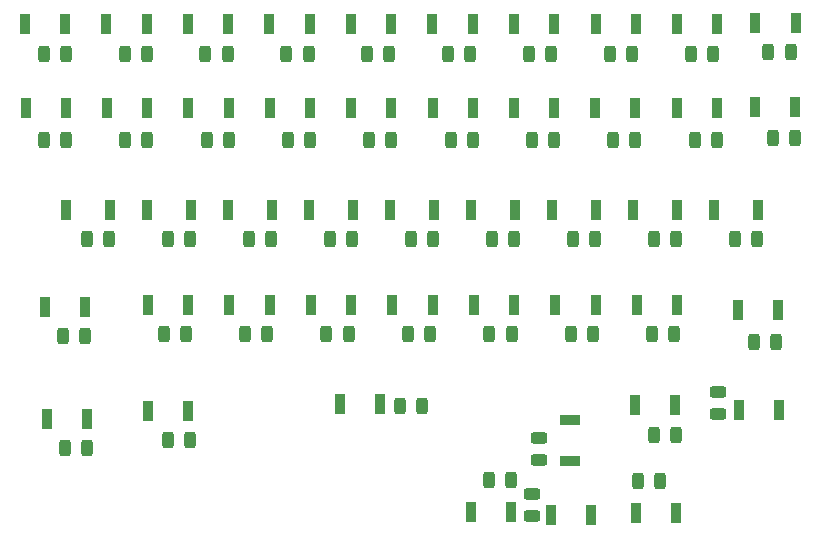
<source format=gbr>
%TF.GenerationSoftware,KiCad,Pcbnew,9.0.6*%
%TF.CreationDate,2026-01-16T18:31:21+11:00*%
%TF.ProjectId,Cooee_keyboard_68mm,436f6f65-655f-46b6-9579-626f6172645f,rev?*%
%TF.SameCoordinates,Original*%
%TF.FileFunction,Paste,Top*%
%TF.FilePolarity,Positive*%
%FSLAX46Y46*%
G04 Gerber Fmt 4.6, Leading zero omitted, Abs format (unit mm)*
G04 Created by KiCad (PCBNEW 9.0.6) date 2026-01-16 18:31:21*
%MOMM*%
%LPD*%
G01*
G04 APERTURE LIST*
G04 Aperture macros list*
%AMRoundRect*
0 Rectangle with rounded corners*
0 $1 Rounding radius*
0 $2 $3 $4 $5 $6 $7 $8 $9 X,Y pos of 4 corners*
0 Add a 4 corners polygon primitive as box body*
4,1,4,$2,$3,$4,$5,$6,$7,$8,$9,$2,$3,0*
0 Add four circle primitives for the rounded corners*
1,1,$1+$1,$2,$3*
1,1,$1+$1,$4,$5*
1,1,$1+$1,$6,$7*
1,1,$1+$1,$8,$9*
0 Add four rect primitives between the rounded corners*
20,1,$1+$1,$2,$3,$4,$5,0*
20,1,$1+$1,$4,$5,$6,$7,0*
20,1,$1+$1,$6,$7,$8,$9,0*
20,1,$1+$1,$8,$9,$2,$3,0*%
G04 Aperture macros list end*
%ADD10RoundRect,0.243750X-0.243750X-0.456250X0.243750X-0.456250X0.243750X0.456250X-0.243750X0.456250X0*%
%ADD11R,1.700000X0.900000*%
%ADD12R,0.900000X1.700000*%
%ADD13RoundRect,0.243750X-0.456250X0.243750X-0.456250X-0.243750X0.456250X-0.243750X0.456250X0.243750X0*%
%ADD14RoundRect,0.243750X0.243750X0.456250X-0.243750X0.456250X-0.243750X-0.456250X0.243750X-0.456250X0*%
G04 APERTURE END LIST*
D10*
%TO.C,D36*%
X160258699Y-82250000D03*
X162133701Y-82250000D03*
%TD*%
D11*
%TO.C,SWe88*%
X163700000Y-113299999D03*
X163700000Y-116700001D03*
%TD*%
D10*
%TO.C,D39*%
X180525499Y-82150000D03*
X182400501Y-82150000D03*
%TD*%
%TO.C,D20*%
X143415599Y-97975000D03*
X145290601Y-97975000D03*
%TD*%
%TO.C,D52*%
X170838899Y-114525000D03*
X172713901Y-114525000D03*
%TD*%
%TO.C,D11*%
X132869599Y-82250000D03*
X134744601Y-82250000D03*
%TD*%
D12*
%TO.C,SWe14*%
X158983300Y-86875000D03*
X162383300Y-86875000D03*
%TD*%
%TO.C,SWe64*%
X148700000Y-103525000D03*
X152100000Y-103525000D03*
%TD*%
D10*
%TO.C,D15*%
X132959699Y-89550000D03*
X134834701Y-89550000D03*
%TD*%
D12*
%TO.C,SWe7*%
X169325000Y-121125000D03*
X172725000Y-121125000D03*
%TD*%
%TO.C,SWe12*%
X119475000Y-113175000D03*
X122875000Y-113175000D03*
%TD*%
%TO.C,SWe13*%
X155325000Y-121100000D03*
X158725000Y-121100000D03*
%TD*%
D10*
%TO.C,D21*%
X150008299Y-106025000D03*
X151883301Y-106025000D03*
%TD*%
%TO.C,D26*%
X157134399Y-97975000D03*
X159009401Y-97975000D03*
%TD*%
%TO.C,D43*%
X174276399Y-89550000D03*
X176151401Y-89550000D03*
%TD*%
%TO.C,D14*%
X136219399Y-106025000D03*
X138094401Y-106025000D03*
%TD*%
D12*
%TO.C,SWe50*%
X181400001Y-112450000D03*
X177999999Y-112450000D03*
%TD*%
D10*
%TO.C,D17*%
X143113899Y-106025000D03*
X144988901Y-106025000D03*
%TD*%
D12*
%TO.C,SWe38*%
X169051065Y-95475000D03*
X172780476Y-95475000D03*
%TD*%
D13*
%TO.C,D22*%
X160500000Y-119512499D03*
X160500000Y-121387501D03*
%TD*%
D10*
%TO.C,D27*%
X163797199Y-106025000D03*
X165672201Y-106025000D03*
%TD*%
%TO.C,D45*%
X170853099Y-97975000D03*
X172728101Y-97975000D03*
%TD*%
D12*
%TO.C,SWe20*%
X138283300Y-79750000D03*
X141683300Y-79750000D03*
%TD*%
%TO.C,SWe21*%
X145186100Y-79750000D03*
X148586100Y-79750000D03*
%TD*%
%TO.C,SWe73*%
X148497794Y-95475000D03*
X152227206Y-95475000D03*
%TD*%
%TO.C,SWe53*%
X134800047Y-95475000D03*
X138529459Y-95475000D03*
%TD*%
%TO.C,SWe87*%
X155600000Y-103525000D03*
X159000000Y-103525000D03*
%TD*%
%TO.C,SWe2*%
X165550001Y-121325000D03*
X162149999Y-121325000D03*
%TD*%
D10*
%TO.C,D8*%
X122837499Y-97975000D03*
X124712501Y-97975000D03*
%TD*%
D12*
%TO.C,SWe33*%
X121074999Y-95475000D03*
X124804412Y-95475000D03*
%TD*%
D10*
%TO.C,D16*%
X136556299Y-97975000D03*
X138431301Y-97975000D03*
%TD*%
D12*
%TO.C,SWe62*%
X138316700Y-86875000D03*
X141716700Y-86875000D03*
%TD*%
%TO.C,SWe28*%
X172797200Y-79750000D03*
X176197200Y-79750000D03*
%TD*%
%TO.C,SWe27*%
X165894400Y-79750000D03*
X169294400Y-79750000D03*
%TD*%
%TO.C,SWe29*%
X179425000Y-79650000D03*
X182825000Y-79650000D03*
%TD*%
%TO.C,SWe34*%
X128000000Y-103525000D03*
X131400000Y-103525000D03*
%TD*%
D10*
%TO.C,D25*%
X153618099Y-89550000D03*
X155493101Y-89550000D03*
%TD*%
%TO.C,D3*%
X120762499Y-106175000D03*
X122637501Y-106175000D03*
%TD*%
D14*
%TO.C,D91*%
X151212501Y-112075000D03*
X149337499Y-112075000D03*
%TD*%
D12*
%TO.C,SWe4*%
X152094400Y-86875000D03*
X155494400Y-86875000D03*
%TD*%
%TO.C,SWe26*%
X158991700Y-79750000D03*
X162391700Y-79750000D03*
%TD*%
D10*
%TO.C,D18*%
X156874999Y-118375000D03*
X158750001Y-118375000D03*
%TD*%
D12*
%TO.C,SWe63*%
X141648871Y-95475000D03*
X145378282Y-95475000D03*
%TD*%
%TO.C,SWe44*%
X134900000Y-103525000D03*
X138300000Y-103525000D03*
%TD*%
D10*
%TO.C,D23*%
X146731899Y-89550000D03*
X148606901Y-89550000D03*
%TD*%
D12*
%TO.C,SWe15*%
X162195541Y-95475000D03*
X165924953Y-95475000D03*
%TD*%
%TO.C,SWe42*%
X124538900Y-86875000D03*
X127938900Y-86875000D03*
%TD*%
%TO.C,SWe25*%
X152088900Y-79750000D03*
X155488900Y-79750000D03*
%TD*%
D10*
%TO.C,D92*%
X156902800Y-106025000D03*
X158777800Y-106025000D03*
%TD*%
%TO.C,D5*%
X120999999Y-115675000D03*
X122875001Y-115675000D03*
%TD*%
%TO.C,D24*%
X150274999Y-97975000D03*
X152150001Y-97975000D03*
%TD*%
D13*
%TO.C,D93*%
X161100000Y-114762499D03*
X161100000Y-116637501D03*
%TD*%
D12*
%TO.C,SWe52*%
X131427800Y-86875000D03*
X134827800Y-86875000D03*
%TD*%
D10*
%TO.C,D32*%
X179299999Y-106675000D03*
X181175001Y-106675000D03*
%TD*%
%TO.C,D38*%
X173953199Y-82250000D03*
X175828201Y-82250000D03*
%TD*%
%TO.C,D13*%
X129696899Y-97975000D03*
X131571901Y-97975000D03*
%TD*%
D12*
%TO.C,SWe48*%
X169225000Y-112025000D03*
X172625000Y-112025000D03*
%TD*%
D10*
%TO.C,D30*%
X163993799Y-97975000D03*
X165868801Y-97975000D03*
%TD*%
%TO.C,D9*%
X119187499Y-89550000D03*
X121062501Y-89550000D03*
%TD*%
%TO.C,D34*%
X146564099Y-82250000D03*
X148439101Y-82250000D03*
%TD*%
%TO.C,D10*%
X126022299Y-82250000D03*
X127897301Y-82250000D03*
%TD*%
D12*
%TO.C,SWe54*%
X141800000Y-103525000D03*
X145200000Y-103525000D03*
%TD*%
%TO.C,SWe39*%
X175920588Y-95475000D03*
X179650000Y-95475000D03*
%TD*%
%TO.C,SWe72*%
X145205600Y-86875000D03*
X148605600Y-86875000D03*
%TD*%
%TO.C,SWe16*%
X169400000Y-103525000D03*
X172800000Y-103525000D03*
%TD*%
D10*
%TO.C,D35*%
X153411399Y-82250000D03*
X155286401Y-82250000D03*
%TD*%
D12*
%TO.C,SWe47*%
X127984700Y-112475000D03*
X131384700Y-112475000D03*
%TD*%
%TO.C,SWe86*%
X144250000Y-111875000D03*
X147650000Y-111875000D03*
%TD*%
D10*
%TO.C,D28*%
X169512499Y-118400000D03*
X171387501Y-118400000D03*
%TD*%
D12*
%TO.C,SWe5*%
X155346718Y-95475000D03*
X159076129Y-95475000D03*
%TD*%
D10*
%TO.C,D42*%
X167390299Y-89550000D03*
X169265301Y-89550000D03*
%TD*%
%TO.C,D2*%
X119174999Y-82250000D03*
X121050001Y-82250000D03*
%TD*%
%TO.C,D44*%
X180887498Y-89425000D03*
X182762500Y-89425000D03*
%TD*%
%TO.C,D19*%
X139845799Y-89550000D03*
X141720801Y-89550000D03*
%TD*%
D12*
%TO.C,ESC1*%
X117574999Y-79750000D03*
X120975001Y-79750000D03*
%TD*%
%TO.C,SWe35*%
X165872200Y-86875000D03*
X169272200Y-86875000D03*
%TD*%
D10*
%TO.C,D29*%
X160504199Y-89550000D03*
X162379201Y-89550000D03*
%TD*%
D12*
%TO.C,SWe32*%
X117649999Y-86875000D03*
X121050001Y-86875000D03*
%TD*%
D10*
%TO.C,D31*%
X170691699Y-106025000D03*
X172566701Y-106025000D03*
%TD*%
D12*
%TO.C,SWe8*%
X124477800Y-79750000D03*
X127877800Y-79750000D03*
%TD*%
%TO.C,SWe6*%
X162500000Y-103525000D03*
X165900000Y-103525000D03*
%TD*%
D10*
%TO.C,D7*%
X129324999Y-106025000D03*
X131200001Y-106025000D03*
%TD*%
D12*
%TO.C,SWe43*%
X127944524Y-95475000D03*
X131673935Y-95475000D03*
%TD*%
D10*
%TO.C,D51*%
X129687499Y-114975000D03*
X131562501Y-114975000D03*
%TD*%
D12*
%TO.C,SWe37*%
X179374998Y-86750000D03*
X182775000Y-86750000D03*
%TD*%
%TO.C,SWe17*%
X177975000Y-103925000D03*
X181375000Y-103925000D03*
%TD*%
D13*
%TO.C,D54*%
X176275000Y-110887499D03*
X176275000Y-112762501D03*
%TD*%
D12*
%TO.C,SWe36*%
X172761100Y-86875000D03*
X176161100Y-86875000D03*
%TD*%
D10*
%TO.C,D33*%
X139716799Y-82250000D03*
X141591801Y-82250000D03*
%TD*%
D12*
%TO.C,SWe24*%
X119300000Y-103675000D03*
X122700000Y-103675000D03*
%TD*%
D10*
%TO.C,D12*%
X126073599Y-89550000D03*
X127948601Y-89550000D03*
%TD*%
%TO.C,D46*%
X177712499Y-97975000D03*
X179587501Y-97975000D03*
%TD*%
%TO.C,D37*%
X167105999Y-82250000D03*
X168981001Y-82250000D03*
%TD*%
D12*
%TO.C,SWe18*%
X131380600Y-79750000D03*
X134780600Y-79750000D03*
%TD*%
M02*

</source>
